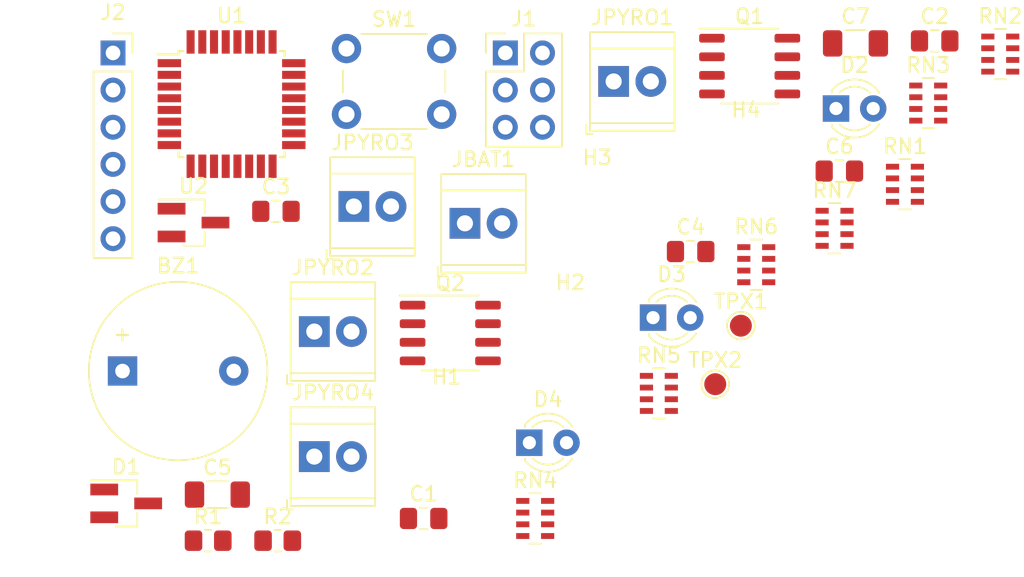
<source format=kicad_pcb>
(kicad_pcb (version 20211014) (generator pcbnew)
  (layers (0 "F.Cu" signal) (31 "B.Cu" signal) (34 "B.Paste" user) (35 "F.Paste" user) (36 "B.SilkS" user "B.Silkscreen") (37 "F.SilkS" user "F.Silkscreen") (38 "B.Mask" user) (39 "F.Mask" user) (44 "Edge.Cuts" user))
  (net 0 "")
  (net 1 "/BUZ")
  (net 2 "GND")
  (net 3 "Net-(C1-Pad1)")
  (net 4 "+3V3")
  (net 5 "/DTR")
  (net 6 "/RST")
  (net 7 "Net-(C5-Pad1)")
  (net 8 "+5V")
  (net 9 "+BATT")
  (net 10 "/RPWR")
  (net 11 "/RLED")
  (net 12 "/RBUZ")
  (net 13 "/MISO")
  (net 14 "/5SCK")
  (net 15 "/5MOSI")
  (net 16 "/TX")
  (net 17 "/5RX")
  (net 19 "/PYRO1")
  (net 20 "/PYRO2")
  (net 21 "/PYRO3")
  (net 22 "/PYRO4")
  (net 23 "Net-(Q1-Pad2)")
  (net 24 "Net-(Q1-Pad4)")
  (net 25 "Net-(Q2-Pad2)")
  (net 26 "Net-(Q2-Pad4)")
  (net 27 "/SENS_BATT")
  (net 28 "/SENS4")
  (net 29 "/SENS3")
  (net 30 "/SENS2")
  (net 31 "/SENS1")
  (net 32 "/CH4")
  (net 33 "/CH3")
  (net 34 "/CH2")
  (net 35 "/CH1")
  (net 36 "/RX")
  (net 37 "/MOSI")
  (net 38 "/SCK")
  (net 41 "Net-(J3-Pad8)")
  (net 42 "Net-(J3-Pad1)")
  (net 43 "/CS_SD")
  (net 44 "/LED")
  (net 47 "/XTAL1")
  (net 48 "/XTAL2")
  (net 51 "/SDA")
  (net 52 "/SCL")
  (net 53 "/INT")
  (footprint "TestPoint:TestPoint_Pad_D1.5mm" (layer "F.Cu") (at 126.06 93.42)
    (fp_text reference "TPX1" (at 0 -1.648) (layer "F.SilkS"))
    (fp_text value "x")
    (fp_circle (center 0 0) (end 0 0.95) (layer "F.SilkS") (width 0.12) (fill none))
    (pad "1" smd circle (at 0 0) (size 1.5 1.5) (layers "F.Cu" "F.Mask") (net 47 "/XTAL1"))
  )
  (footprint "TerminalBlock_TE-Connectivity:TerminalBlock_TE_282834-2_1x02_P2.54mm_Horizontal" (layer "F.Cu") (at 96.92 102.37)
    (fp_text reference "JPYRO4" (at 1.27 -4.37) (layer "F.SilkS"))
    (fp_text value "Screw_Terminal_01x02")
    (fp_line (start 4.16 -3.37) (end 4.16 3.37) (layer "F.SilkS") (width 0.12))
    (fp_line (start -1.62 3.37) (end 4.16 3.37) (layer "F.SilkS") (width 0.12))
    (fp_line (start -1.62 2.85) (end 4.16 2.85) (layer "F.SilkS") (width 0.12))
    (fp_line (start -1.62 -3.37) (end 4.16 -3.37) (layer "F.SilkS") (width 0.12))
    (fp_line (start -1.62 -2.25) (end 4.16 -2.25) (layer "F.SilkS") (width 0.12))
    (fp_line (start -1.62 -3.37) (end -1.62 3.37) (layer "F.SilkS") (width 0.12))
    (fp_line (start -1.86 2.97) (end -1.86 3.61) (layer "F.SilkS") (width 0.12))
    (fp_line (start -1.86 3.61) (end -1.46 3.61) (layer "F.SilkS") (width 0.12))
    (pad "1" thru_hole rect (at 0 0) (size 2.1 2.1) (drill 1.1) (layers *.Cu *.Mask) (net 9 "+BATT"))
    (pad "2" thru_hole circle (at 2.54 0) (size 2.1 2.1) (drill 1.1) (layers *.Cu *.Mask) (net 22 "/PYRO4"))
  )
  (footprint "Resistor_SMD:R_Array_Concave_4x0603" (layer "F.Cu") (at 138.86 78.2)
    (fp_text reference "RN3" (at 0 -2.6) (layer "F.SilkS"))
    (fp_text value "10k")
    (fp_line (start 0.4 -1.72) (end -0.4 -1.72) (layer "F.SilkS") (width 0.12))
    (fp_line (start 0.4 1.72) (end -0.4 1.72) (layer "F.SilkS") (width 0.12))
    (pad "1" smd rect (at -0.85 -1.2) (size 0.9 0.4) (layers "F.Cu" "F.Paste" "F.Mask") (net 2 "GND"))
    (pad "2" smd rect (at -0.85 -0.4) (size 0.9 0.4) (layers "F.Cu" "F.Paste" "F.Mask") (net 2 "GND"))
    (pad "3" smd rect (at -0.85 0.4) (size 0.9 0.4) (layers "F.Cu" "F.Paste" "F.Mask") (net 2 "GND"))
    (pad "4" smd rect (at -0.85 1.2) (size 0.9 0.4) (layers "F.Cu" "F.Paste" "F.Mask") (net 2 "GND"))
    (pad "5" smd rect (at 0.85 1.2) (size 0.9 0.4) (layers "F.Cu" "F.Paste" "F.Mask") (net 32 "/CH4"))
    (pad "6" smd rect (at 0.85 0.4) (size 0.9 0.4) (layers "F.Cu" "F.Paste" "F.Mask") (net 33 "/CH3"))
    (pad "7" smd rect (at 0.85 -0.4) (size 0.9 0.4) (layers "F.Cu" "F.Paste" "F.Mask") (net 34 "/CH2"))
    (pad "8" smd rect (at 0.85 -1.2) (size 0.9 0.4) (layers "F.Cu" "F.Paste" "F.Mask") (net 35 "/CH1"))
  )
  (footprint "TerminalBlock_TE-Connectivity:TerminalBlock_TE_282834-2_1x02_P2.54mm_Horizontal" (layer "F.Cu") (at 99.62 85.27)
    (fp_text reference "JPYRO3" (at 1.27 -4.37) (layer "F.SilkS"))
    (fp_text value "Screw_Terminal_01x02")
    (fp_line (start -1.86 2.97) (end -1.86 3.61) (layer "F.SilkS") (width 0.12))
    (fp_line (start -1.62 -3.37) (end 4.16 -3.37) (layer "F.SilkS") (width 0.12))
    (fp_line (start -1.62 3.37) (end 4.16 3.37) (layer "F.SilkS") (width 0.12))
    (fp_line (start -1.86 3.61) (end -1.46 3.61) (layer "F.SilkS") (width 0.12))
    (fp_line (start 4.16 -3.37) (end 4.16 3.37) (layer "F.SilkS") (width 0.12))
    (fp_line (start -1.62 -2.25) (end 4.16 -2.25) (layer "F.SilkS") (width 0.12))
    (fp_line (start -1.62 2.85) (end 4.16 2.85) (layer "F.SilkS") (width 0.12))
    (fp_line (start -1.62 -3.37) (end -1.62 3.37) (layer "F.SilkS") (width 0.12))
    (pad "1" thru_hole rect (at 0 0) (size 2.1 2.1) (drill 1.1) (layers *.Cu *.Mask) (net 9 "+BATT"))
    (pad "2" thru_hole circle (at 2.54 0) (size 2.1 2.1) (drill 1.1) (layers *.Cu *.Mask) (net 21 "/PYRO3"))
  )
  (footprint "Package_TO_SOT_SMD:SOT-23_Handsoldering" (layer "F.Cu") (at 84.07 105.57)
    (fp_text reference "D1" (at 0 -2.5) (layer "F.SilkS"))
    (fp_text value "RB551V")
    (fp_line (start 0.76 -1.58) (end -2.4 -1.58) (layer "F.SilkS") (width 0.12))
    (fp_line (start 0.76 1.58) (end -0.7 1.58) (layer "F.SilkS") (width 0.12))
    (fp_line (start 0.76 -1.58) (end 0.76 -0.65) (layer "F.SilkS") (width 0.12))
    (fp_line (start 0.76 1.58) (end 0.76 0.65) (layer "F.SilkS") (width 0.12))
    (pad "1" smd rect (at -1.5 -0.95) (size 1.9 0.8) (layers "F.Cu" "F.Paste" "F.Mask") (net 8 "+5V"))
    (pad "2" smd rect (at -1.5 0.95) (size 1.9 0.8) (layers "F.Cu" "F.Paste" "F.Mask") (net 9 "+BATT"))
    (pad "3" smd rect (at 1.5 0) (size 1.9 0.8) (layers "F.Cu" "F.Paste" "F.Mask") (net 7 "Net-(C5-Pad1)"))
  )
  (footprint "LED_THT:LED_D3.0mm" (layer "F.Cu") (at 132.56 78.57)
    (fp_text reference "D2" (at 1.27 -2.96) (layer "F.SilkS"))
    (fp_text value "LED")
    (fp_line (start -0.29 1.08) (end -0.29 1.236) (layer "F.SilkS") (width 0.12))
    (fp_line (start -0.29 -1.236) (end -0.29 -1.08) (layer "F.SilkS") (width 0.12))
    (fp_arc (start 0.229039 -1.08) (mid 1.270117 -1.5) (end 2.31113 -1.079837) (layer "F.SilkS") (width 0.12))
    (fp_arc (start 2.942335 1.078608) (mid 1.366487 1.987659) (end -0.29 1.235516) (layer "F.SilkS") (width 0.12))
    (fp_arc (start -0.29 -1.235516) (mid 1.366487 -1.987659) (end 2.942335 -1.078608) (layer "F.SilkS") (width 0.12))
    (fp_arc (start 2.31113 1.079837) (mid 1.270117 1.5) (end 0.229039 1.08) (layer "F.SilkS") (width 0.12))
    (pad "1" thru_hole rect (at 0 0) (size 1.8 1.8) (drill 0.9) (layers *.Cu *.Mask) (net 2 "GND"))
    (pad "2" thru_hole circle (at 2.54 0) (size 1.8 1.8) (drill 0.9) (layers *.Cu *.Mask) (net 10 "/RPWR"))
  )
  (footprint "Capacitor_SMD:C_0805_2012Metric_Pad1.18x1.45mm_HandSolder" (layer "F.Cu") (at 94.3 85.6)
    (fp_text reference "C3" (at 0 -1.68) (layer "F.SilkS"))
    (fp_text value "0.1u")
    (fp_line (start -0.261252 0.735) (end 0.261252 0.735) (layer "F.SilkS") (width 0.12))
    (fp_line (start -0.261252 -0.735) (end 0.261252 -0.735) (layer "F.SilkS") (width 0.12))
    (pad "1" smd roundrect (at -1.0375 0) (size 1.175 1.45) (layers "F.Cu" "F.Paste" "F.Mask") (roundrect_rratio 0.212766) (net 4 "+3V3"))
    (pad "2" smd roundrect (at 1.0375 0) (size 1.175 1.45) (layers "F.Cu" "F.Paste" "F.Mask") (roundrect_rratio 0.212766) (net 2 "GND"))
  )
  (footprint "Resistor_SMD:R_Array_Concave_4x0603" (layer "F.Cu") (at 120.46 98.05)
    (fp_text reference "RN5" (at 0 -2.6) (layer "F.SilkS"))
    (fp_text value "2200")
    (fp_line (start 0.4 1.72) (end -0.4 1.72) (layer "F.SilkS") (width 0.12))
    (fp_line (start 0.4 -1.72) (end -0.4 -1.72) (layer "F.SilkS") (width 0.12))
    (pad "1" smd rect (at -0.85 -1.2) (size 0.9 0.4) (layers "F.Cu" "F.Paste" "F.Mask") (net 36 "/RX"))
    (pad "2" smd rect (at -0.85 -0.4) (size 0.9 0.4) (layers "F.Cu" "F.Paste" "F.Mask") (net 37 "/MOSI"))
    (pad "3" smd rect (at -0.85 0.4) (size 0.9 0.4) (layers "F.Cu" "F.Paste" "F.Mask") (net 38 "/SCK"))
    (pad "4" smd rect (at -0.85 1.2) (size 0.9 0.4) (layers "F.Cu" "F.Paste" "F.Mask"))
    (pad "5" smd rect (at 0.85 1.2) (size 0.9 0.4) (layers "F.Cu" "F.Paste" "F.Mask"))
    (pad "6" smd rect (at 0.85 0.4) (size 0.9 0.4) (layers "F.Cu" "F.Paste" "F.Mask") (net 14 "/5SCK"))
    (pad "7" smd rect (at 0.85 -0.4) (size 0.9 0.4) (layers "F.Cu" "F.Paste" "F.Mask") (net 15 "/5MOSI"))
    (pad "8" smd rect (at 0.85 -1.2) (size 0.9 0.4) (layers "F.Cu" "F.Paste" "F.Mask") (net 17 "/5RX"))
  )
  (footprint "Buzzer_Beeper:Buzzer_12x9.5RM7.6" (layer "F.Cu") (at 83.82 96.52)
    (fp_text reference "BZ1" (at 3.8 -7.2) (layer "F.SilkS"))
    (fp_text value "Buzzer")
    (fp_text user "+" (at -0.01 -2.54) (layer "F.SilkS"))
    (fp_circle (center 3.8 0) (end 9.9 0) (layer "F.SilkS") (width 0.12) (fill none))
    (pad "1" thru_hole rect (at 0 0) (size 2 2) (drill 1) (layers *.Cu *.Mask) (net 1 "/BUZ"))
    (pad "2" thru_hole circle (at 7.6 0) (size 2 2) (drill 1) (layers *.Cu *.Mask) (net 2 "GND"))
  )
  (footprint "Capacitor_SMD:C_0805_2012Metric_Pad1.18x1.45mm_HandSolder" (layer "F.Cu") (at 132.79 82.85)
    (fp_text reference "C6" (at 0 -1.68) (layer "F.SilkS"))
    (fp_text value "0.1u")
    (fp_line (start -0.261252 -0.735) (end 0.261252 -0.735) (layer "F.SilkS") (width 0.12))
    (fp_line (start -0.261252 0.735) (end 0.261252 0.735) (layer "F.SilkS") (width 0.12))
    (pad "1" smd roundrect (at -1.0375 0) (size 1.175 1.45) (layers "F.Cu" "F.Paste" "F.Mask") (roundrect_rratio 0.212766) (net 4 "+3V3"))
    (pad "2" smd roundrect (at 1.0375 0) (size 1.175 1.45) (layers "F.Cu" "F.Paste" "F.Mask") (roundrect_rratio 0.212766) (net 2 "GND"))
  )
  (footprint "TerminalBlock_TE-Connectivity:TerminalBlock_TE_282834-2_1x02_P2.54mm_Horizontal" (layer "F.Cu") (at 96.92 93.82)
    (fp_text reference "JPYRO2" (at 1.27 -4.37) (layer "F.SilkS"))
    (fp_text value "Screw_Terminal_01x02")
    (fp_line (start -1.62 2.85) (end 4.16 2.85) (layer "F.SilkS") (width 0.12))
    (fp_line (start 4.16 -3.37) (end 4.16 3.37) (layer "F.SilkS") (width 0.12))
    (fp_line (start -1.62 -3.37) (end -1.62 3.37) (layer "F.SilkS") (width 0.12))
    (fp_line (start -1.86 3.61) (end -1.46 3.61) (layer "F.SilkS") (width 0.12))
    (fp_line (start -1.62 3.37) (end 4.16 3.37) (layer "F.SilkS") (width 0.12))
    (fp_line (start -1.62 -3.37) (end 4.16 -3.37) (layer "F.SilkS") (width 0.12))
    (fp_line (start -1.86 2.97) (end -1.86 3.61) (layer "F.SilkS") (width 0.12))
    (fp_line (start -1.62 -2.25) (end 4.16 -2.25) (layer "F.SilkS") (width 0.12))
    (pad "1" thru_hole rect (at 0 0) (size 2.1 2.1) (drill 1.1) (layers *.Cu *.Mask) (net 9 "+BATT"))
    (pad "2" thru_hole circle (at 2.54 0) (size 2.1 2.1) (drill 1.1) (layers *.Cu *.Mask) (net 20 "/PYRO2"))
  )
  (footprint "Package_TO_SOT_SMD:SOT-23_Handsoldering" (layer "F.Cu") (at 88.67 86.37)
    (fp_text reference "U2" (at 0 -2.5) (layer "F.SilkS"))
    (fp_text value "AP7375-33SA-7")
    (fp_line (start 0.76 1.58) (end -0.7 1.58) (layer "F.SilkS") (width 0.12))
    (fp_line (start 0.76 -1.58) (end 0.76 -0.65) (layer "F.SilkS") (width 0.12))
    (fp_line (start 0.76 1.58) (end 0.76 0.65) (layer "F.SilkS") (width 0.12))
    (fp_line (start 0.76 -1.58) (end -2.4 -1.58) (layer "F.SilkS") (width 0.12))
    (pad "1" smd rect (at -1.5 -0.95) (size 1.9 0.8) (layers "F.Cu" "F.Paste" "F.Mask") (net 7 "Net-(C5-Pad1)"))
    (pad "2" smd rect (at -1.5 0.95) (size 1.9 0.8) (layers "F.Cu" "F.Paste" "F.Mask") (net 4 "+3V3"))
    (pad "3" smd rect (at 1.5 0) (size 1.9 0.8) (layers "F.Cu" "F.Paste" "F.Mask") (net 2 "GND"))
  )
  (footprint "Resistor_SMD:R_Array_Concave_4x0603" (layer "F.Cu") (at 137.27 83.75)
    (fp_text reference "RN1" (at 0 -2.6) (layer "F.SilkS"))
    (fp_text value "100k")
    (fp_line (start 0.4 -1.72) (end -0.4 -1.72) (layer "F.SilkS") (width 0.12))
    (fp_line (start 0.4 1.72) (end -0.4 1.72) (layer "F.SilkS") (width 0.12))
    (pad "1" smd rect (at -0.85 -1.2) (size 0.9 0.4) (layers "F.Cu" "F.Paste" "F.Mask") (net 28 "/SENS4"))
    (pad "2" smd rect (at -0.85 -0.4) (size 0.9 0.4) (layers "F.Cu" "F.Paste" "F.Mask") (net 29 "/SENS3"))
    (pad "3" smd rect (at -0.85 0.4) (size 0.9 0.4) (layers "F.Cu" "F.Paste" "F.Mask") (net 30 "/SENS2"))
    (pad "4" smd rect (at -0.85 1.2) (size 0.9 0.4) (layers "F.Cu" "F.Paste" "F.Mask") (net 31 "/SENS1"))
    (pad "5" smd rect (at 0.85 1.2) (size 0.9 0.4) (layers "F.Cu" "F.Paste" "F.Mask") (net 19 "/PYRO1"))
    (pad "6" smd rect (at 0.85 0.4) (size 0.9 0.4) (layers "F.Cu" "F.Paste" "F.Mask") (net 20 "/PYRO2"))
    (pad "7" smd rect (at 0.85 -0.4) (size 0.9 0.4) (layers "F.Cu" "F.Paste" "F.Mask") (net 21 "/PYRO3"))
    (pad "8" smd rect (at 0.85 -1.2) (size 0.9 0.4) (layers "F.Cu" "F.Paste" "F.Mask") (net 22 "/PYRO4"))
  )
  (footprint "Connector_PinSocket_2.54mm:PinSocket_1x06_P2.54mm_Vertical" (layer "F.Cu") (at 83.17 74.77)
    (fp_text reference "J2" (at 0 -2.77) (layer "F.SilkS"))
    (fp_text value "Conn_01x06_Female")
    (fp_line (start -1.33 1.27) (end 1.33 1.27) (layer "F.SilkS") (width 0.12))
    (fp_line (start -1.33 14.03) (end 1.33 14.03) (layer "F.SilkS") (width 0.12))
    (fp_line (start 1.33 -1.33) (end 1.33 0) (layer "F.SilkS") (width 0.12))
    (fp_line (start 0 -1.33) (end 1.33 -1.33) (layer "F.SilkS") (width 0.12))
    (fp_line (start -1.33 1.27) (end -1.33 14.03) (layer "F.SilkS") (width 0.12))
    (fp_line (start 1.33 1.27) (end 1.33 14.03) (layer "F.SilkS") (width 0.12))
    (pad "1" thru_hole rect (at 0 0) (size 1.7 1.7) (drill 1) (layers *.Cu *.Mask) (net 8 "+5V"))
    (pad "2" thru_hole oval (at 0 2.54) (size 1.7 1.7) (drill 1) (layers *.Cu *.Mask) (net 2 "GND"))
    (pad "3" thru_hole oval (at 0 5.08) (size 1.7 1.7) (drill 1) (layers *.Cu *.Mask) (net 16 "/TX"))
    (pad "4" thru_hole oval (at 0 7.62) (size 1.7 1.7) (drill 1) (layers *.Cu *.Mask) (net 17 "/5RX"))
    (pad "5" thru_hole oval (at 0 10.16) (size 1.7 1.7) (drill 1) (layers *.Cu *.Mask) (net 5 "/DTR"))
    (pad "6" thru_hole oval (at 0 12.7) (size 1.7 1.7) (drill 1) (layers *.Cu *.Mask))
  )
  (footprint "Capacitor_SMD:C_0805_2012Metric_Pad1.18x1.45mm_HandSolder" (layer "F.Cu") (at 139.3 73.95)
    (fp_text reference "C2" (at 0 -1.68) (layer "F.SilkS"))
    (fp_text value "0.1u")
    (fp_line (start -0.261252 -0.735) (end 0.261252 -0.735) (layer "F.SilkS") (width 0.12))
    (fp_line (start -0.261252 0.735) (end 0.261252 0.735) (layer "F.SilkS") (width 0.12))
    (pad "1" smd roundrect (at -1.0375 0) (size 1.175 1.45) (layers "F.Cu" "F.Paste" "F.Mask") (roundrect_rratio 0.212766) (net 4 "+3V3"))
    (pad "2" smd roundrect (at 1.0375 0) (size 1.175 1.45) (layers "F.Cu" "F.Paste" "F.Mask") (roundrect_rratio 0.212766) (net 2 "GND"))
  )
  (footprint "LED_THT:LED_D3.0mm" (layer "F.Cu") (at 120.06 92.87)
    (fp_text reference "D3" (at 1.27 -2.96) (layer "F.SilkS"))
    (fp_text value "LED")
    (fp_line (start -0.29 1.08) (end -0.29 1.236) (layer "F.SilkS") (width 0.12))
    (fp_line (start -0.29 -1.236) (end -0.29 -1.08) (layer "F.SilkS") (width 0.12))
    (fp_arc (start -0.29 -1.235516) (mid 1.366487 -1.987659) (end 2.942335 -1.078608) (layer "F.SilkS") (width 0.12))
    (fp_arc (start 2.942335 1.078608) (mid 1.366487 1.987659) (end -0.29 1.235516) (layer "F.SilkS") (width 0.12))
    (fp_arc (start 2.31113 1.079837) (mid 1.270117 1.5) (end 0.229039 1.08) (layer "F.SilkS") (width 0.12))
    (fp_arc (start 0.229039 -1.08) (mid 1.270117 -1.5) (end 2.31113 -1.079837) (layer "F.SilkS") (width 0.12))
    (pad "1" thru_hole rect (at 0 0) (size 1.8 1.8) (drill 0.9) (layers *.Cu *.Mask) (net 2 "GND"))
    (pad "2" thru_hole circle (at 2.54 0) (size 1.8 1.8) (drill 0.9) (layers *.Cu *.Mask) (net 11 "/RLED"))
  )
  (footprint "Resistor_SMD:R_Array_Concave_4x0603" (layer "F.Cu") (at 112.01 106.6)
    (fp_text reference "RN4" (at 0 -2.6) (layer "F.SilkS"))
    (fp_text value "220")
    (fp_line (start 0.4 -1.72) (end -0.4 -1.72) (layer "F.SilkS") (width 0.12))
    (fp_line (start 0.4 1.72) (end -0.4 1.72) (layer "F.SilkS") (width 0.12))
    (pad "1" smd rect (at -0.85 -1.2) (size 0.9 0.4) (layers "F.Cu" "F.Paste" "F.Mask") (net 35 "/CH1"))
    (pad "2" smd rect (at -0.85 -0.4) (size 0.9 0.4) (layers "F.Cu" "F.Paste" "F.Mask") (net 34 "/CH2"))
    (pad "3" smd rect (at -0.85 0.4) (size 0.9 0.4) (layers "F.Cu" "F.Paste" "F.Mask") (net 33 "/CH3"))
    (pad "4" smd rect (at -0.85 1.2) (size 0.9 0.4) (layers "F.Cu" "F.Paste" "F.Mask") (net 32 "/CH4"))
    (pad "5" smd rect (at 0.85 1.2) (size 0.9 0.4) (layers "F.Cu" "F.Paste" "F.Mask") (net 26 "Net-(Q2-Pad4)"))
    (pad "6" smd rect (at 0.85 0.4) (size 0.9 0.4) (layers "F.Cu" "F.Paste" "F.Mask") (net 25 "Net-(Q2-Pad2)"))
    (pad "7" smd rect (at 0.85 -0.4) (size 0.9 0.4) (layers "F.Cu" "F.Paste" "F.Mask") (net 24 "Net-(Q1-Pad4)"))
    (pad "8" smd rect (at 0.85 -1.2) (size 0.9 0.4) (layers "F.Cu" "F.Paste" "F.Mask") (net 23 "Net-(Q1-Pad2)"))
  )
  (footprint "TestPoint:TestPoint_Pad_D1.5mm" (layer "F.Cu") (at 124.31 97.42)
    (fp_text reference "TPX2" (at 0 -1.648) (layer "F.SilkS"))
    (fp_text value "x")
    (fp_circle (center 0 0) (end 0 0.95) (layer "F.SilkS") (width 0.12) (fill none))
    (pad "1" smd circle (at 0 0) (size 1.5 1.5) (layers "F.Cu" "F.Mask") (net 48 "/XTAL2"))
  )
  (footprint "Resistor_SMD:R_Array_Concave_4x0603" (layer "F.Cu") (at 127.11 89.25)
    (fp_text reference "RN6" (at 0 -2.6) (layer "F.SilkS"))
    (fp_text value "10k")
    (fp_line (start 0.4 1.72) (end -0.4 1.72) (layer "F.SilkS") (width 0.12))
    (fp_line (start 0.4 -1.72) (end -0.4 -1.72) (layer "F.SilkS") (width 0.12))
    (pad "1" smd rect (at -0.85 -1.2) (size 0.9 0.4) (layers "F.Cu" "F.Paste" "F.Mask") (net 2 "GND"))
    (pad "2" smd rect (at -0.85 -0.4) (size 0.9 0.4) (layers "F.Cu" "F.Paste" "F.Mask") (net 41 "Net-(J3-Pad8)"))
    (pad "3" smd rect (at -0.85 0.4) (size 0.9 0.4) (layers "F.Cu" "F.Paste" "F.Mask") (net 42 "Net-(J3-Pad1)"))
    (pad "4" smd rect (at -0.85 1.2) (size 0.9 0.4) (layers "F.Cu" "F.Paste" "F.Mask") (net 43 "/CS_SD"))
    (pad "5" smd rect (at 0.85 1.2) (size 0.9 0.4) (layers "F.Cu" "F.Paste" "F.Mask") (net 4 "+3V3"))
    (pad "6" smd rect (at 0.85 0.4) (size 0.9 0.4) (layers "F.Cu" "F.Paste" "F.Mask") (net 4 "+3V3"))
    (pad "7" smd rect (at 0.85 -0.4) (size 0.9 0.4) (layers "F.Cu" "F.Paste" "F.Mask") (net 4 "+3V3"))
    (pad "8" smd rect (at 0.85 -1.2) (size 0.9 0.4) (layers "F.Cu" "F.Paste" "F.Mask") (net 27 "/SENS_BATT"))
  )
  (footprint "MountingHole:MountingHole_3.2mm_M3" (layer "F.Cu") (at 114.41 94.67)
    (fp_text reference "H2" (at 0 -4.2) (layer "F.SilkS"))
    (fp_text value "MountingHole")
    (pad "" np_thru_hole circle (at 0 0) (size 3.2 3.2) (drill 3.2) (layers *.Cu *.Mask))
  )
  (footprint "Capacitor_SMD:C_1206_3216Metric_Pad1.33x1.80mm_HandSolder" (layer "F.Cu") (at 133.89 74.12)
    (fp_text reference "C7" (at 0 -1.85) (layer "F.SilkS"))
    (fp_text value "22uF")
    (fp_line (start -0.711252 0.91) (end 0.711252 0.91) (layer "F.SilkS") (width 0.12))
    (fp_line (start -0.711252 -0.91) (end 0.711252 -0.91) (layer "F.SilkS") (width 0.12))
    (pad "1" smd roundrect (at -1.5625 0) (size 1.325 1.8) (layers "F.Cu" "F.Paste" "F.Mask") (roundrect_rratio 0.188679) (net 4 "+3V3"))
    (pad "2" smd roundrect (at 1.5625 0) (size 1.325 1.8) (layers "F.Cu" "F.Paste" "F.Mask") (roundrect_rratio 0.188679) (net 2 "GND"))
  )
  (footprint "TerminalBlock_TE-Connectivity:TerminalBlock_TE_282834-2_1x02_P2.54mm_Horizontal" (layer "F.Cu") (at 117.37 76.72)
    (fp_text reference "JPYRO1" (at 1.27 -4.37) (layer "F.SilkS"))
    (fp_text value "Screw_Terminal_01x02")
    (fp_line (start -1.62 3.37) (end 4.16 3.37) (layer "F.SilkS") (width 0.12))
    (fp_line (start -1.62 -3.37) (end 4.16 -3.37) (layer "F.SilkS") (width 0.12))
    (fp_line (start -1.86 3.61) (end -1.46 3.61) (layer "F.SilkS") (width 0.12))
    (fp_line (start -1.62 -3.37) (end -1.62 3.37) (layer "F.SilkS") (width 0.12))
    (fp_line (start -1.86 2.97) (end -1.86 3.61) (layer "F.SilkS") (width 0.12))
    (fp_line (start -1.62 2.85) (end 4.16 2.85) (layer "F.SilkS") (width 0.12))
    (fp_line (start 4.16 -3.37) (end 4.16 3.37) (layer "F.SilkS") (width 0.12))
    (fp_line (start -1.62 -2.25) (end 4.16 -2.25) (layer "F.SilkS") (width 0.12))
    (pad "1" thru_hole rect (at 0 0) (size 2.1 2.1) (drill 1.1) (layers *.Cu *.Mask) (net 9 "+BATT"))
    (pad "2" thru_hole circle (at 2.54 0) (size 2.1 2.1) (drill 1.1) (layers *.Cu *.Mask) (net 19 "/PYRO1"))
  )
  (footprint "Resistor_SMD:R_Array_Concave_4x0603" (layer "F.Cu") (at 143.78 74.85)
    (fp_text reference "RN2" (at 0 -2.6) (layer "F.SilkS"))
    (fp_text value "10k")
    (fp_line (start 0.4 -1.72) (end -0.4 -1.72) (layer "F.SilkS") (width 0.12))
    (fp_line (start 0.4 1.72) (end -0.4 1.72) (layer "F.SilkS") (width 0.12))
    (pad "1" smd rect (at -0.85 -1.2) (size 0.9 0.4) (layers "F.Cu" "F.Paste" "F.Mask") (net 2 "GND"))
    (pad "2" smd rect (at -0.85 -0.4) (size 0.9 0.4) (layers "F.Cu" "F.Paste" "F.Mask") (net 2 "GND"))
    (pad "3" smd rect (at -0.85 0.4) (size 0.9 0.4) (layers "F.Cu" "F.Paste" "F.Mask") (net 2 "GND"))
    (pad "4" smd rect (at -0.85 1.2) (size 0.9 0.4) (layers "F.Cu" "F.Paste" "F.Mask") (net 2 "GND"))
    (pad "5" smd rect (at 0.85 1.2) (size 0.9 0.4) (layers "F.Cu" "F.Paste" "F.Mask") (net 31 "/SENS1"))
    (pad "6" smd rect (at 0.85 0.4) (size 0.9 0.4) (layers "F.Cu" "F.Paste" "F.Mask") (net 30 "/SENS2"))
    (pad "7" smd rect (at 0.85 -0.4) (size 0.9 0.4) (layers "F.Cu" "F.Paste" "F.Mask") (net 29 "/SENS3"))
    (pad "8" smd rect (at 0.85 -1.2) (size 0.9 0.4) (layers "F.Cu" "F.Paste" "F.Mask") (net 28 "/SENS4"))
  )
  (footprint "TerminalBlock_TE-Connectivity:TerminalBlock_TE_282834-2_1x02_P2.54mm_Horizontal" (layer "F.Cu") (at 107.21 86.42)
    (fp_text reference "JBAT1" (at 1.27 -4.37) (layer "F.SilkS"))
    (fp_text value "Screw_Terminal_01x02")
    (fp_line (start -1.62 2.85) (end 4.16 2.85) (layer "F.SilkS") (width 0.12))
    (fp_line (start -1.86 3.61) (end -1.46 3.61) (layer "F.SilkS") (width 0.12))
    (fp_line (start -1.86 2.97) (end -1.86 3.61) (layer "F.SilkS") (width 0.12))
    (fp_line (start -1.62 -3.37) (end -1.62 3.37) (layer "F.SilkS") (width 0.12))
    (fp_line (start 4.16 -3.37) (end 4.16 3.37) (layer "F.SilkS") (width 0.12))
    (fp_line (start -1.62 3.37) (end 4.16 3.37) (layer "F.SilkS") (width 0.12))
    (fp_line (start -1.62 -3.37) (end 4.16 -3.37) (layer "F.SilkS") (width 0.12))
    (fp_line (start -1.62 -2.25) (end 4.16 -2.25) (layer "F.SilkS") (width 0.12))
    (pad "1" thru_hole rect (at 0 0) (size 2.1 2.1) (drill 1.1) (layers *.Cu *.Mask) (net 9 "+BATT"))
    (pad "2" thru_hole circle (at 2.54 0) (size 2.1 2.1) (drill 1.1) (layers *.Cu *.Mask) (net 2 "GND"))
  )
  (footprint "MountingHole:MountingHole_3.2mm_M3" (layer "F.Cu") (at 126.41 82.87)
    (fp_text reference "H4" (at 0 -4.2) (layer "F.SilkS"))
    (fp_text value "MountingHole")
    (pad "" np_thru_hole circle (at 0 0) (size 3.2 3.2) (drill 3.2) (layers *.Cu *.Mask))
  )
  (footprint "Resistor_SMD:R_Array_Concave_4x0603" (layer "F.Cu") (at 132.46 86.76)
    (fp_text reference "RN7" (at 0 -2.6) (layer "F.SilkS"))
    (fp_text value "220")
    (fp_line (start 0.4 -1.72) (end -0.4 -1.72) (layer "F.SilkS") (width 0.12))
    (fp_line (start 0.4 1.72) (end -0.4 1.72) (layer "F.SilkS") (width 0.12))
    (pad "1" smd rect (at -0.85 -1.2) (size 0.9 0.4) (layers "F.Cu" "F.Paste" "F.Mask") (net 4 "+3V3"))
    (pad "2" smd rect (at -0.85 -0.4) (size 0.9 0.4) (layers "F.Cu" "F.Paste" "F.Mask") (net 44 "/LED"))
    (pad "3" smd rect (at -0.85 0.4) (size 0.9 0.4) (layers "F.Cu" "F.Paste" "F.Mask") (net 1 "/BUZ"))
    (pad "4" smd rect (at -0.85 1.2) (size 0.9 0.4) (layers "F.Cu" "F.Paste" "F.Mask"))
    (pad "5" smd rect (at 0.85 1.2) (size 0.9 0.4) (layers "F.Cu" "F.Paste" "F.Mask"))
    (pad "6" smd rect (at 0.85 0.4) (size 0.9 0.4) (layers "F.Cu" "F.Paste" "F.Mask") (net 12 "/RBUZ"))
    (pad "7" smd rect (at 0.85 -0.4) (size 0.9 0.4) (layers "F.Cu" "F.Paste" "F.Mask") (net 11 "/RLED"))
    (pad "8" smd rect (at 0.85 -1.2) (size 0.9 0.4) (layers "F.Cu" "F.Paste" "F.Mask") (net 10 "/RPWR"))
  )
  (footprint "LED_THT:LED_D3.0mm" (layer "F.Cu") (at 111.61 101.42)
    (fp_text reference "D4" (at 1.27 -2.96) (layer "F.SilkS"))
    (fp_text value "LED")
    (fp_line (start -0.29 -1.236) (end -0.29 -1.08) (layer "F.SilkS") (width 0.12))
    (fp_line (start -0.29 1.08) (end -0.29 1.236) (layer "F.SilkS") (width 0.12))
    (fp_arc (start 2.31113 1.079837) (mid 1.270117 1.5) (end 0.229039 1.08) (layer "F.SilkS") (width 0.12))
    (fp_arc (start 0.229039 -1.08) (mid 1.270117 -1.5) (end 2.31113 -1.079837) (layer "F.SilkS") (width 0.12))
    (fp_arc (start -0.29 -1.235516) (mid 1.366487 -1.987659) (end 2.942335 -1.078608) (layer "F.SilkS") (width 0.12))
    (fp_arc (start 2.942335 1.078608) (mid 1.366487 1.987659) (end -0.29 1.235516) (layer "F.SilkS") (width 0.12))
    (pad "1" thru_hole rect (at 0 0) (size 1.8 1.8) (drill 0.9) (layers *.Cu *.Mask) (net 2 "GND"))
    (pad "2" thru_hole circle (at 2.54 0) (size 1.8 1.8) (drill 0.9) (layers *.Cu *.Mask) (net 12 "/RBUZ"))
  )
  (footprint "MountingHole:MountingHole_3.2mm_M3" (layer "F.Cu") (at 105.96 101.12)
    (fp_text reference "H1" (at 0 -4.2) (layer "F.SilkS"))
    (fp_text value "MountingHole")
    (pad "" np_thru_hole circle (at 0 0) (size 3.2 3.2) (drill 3.2) (layers *.Cu *.Mask))
  )
  (footprint "Resistor_SMD:R_0805_2012Metric_Pad1.20x1.40mm_HandSolder" (layer "F.Cu") (at 94.42 108.12)
    (fp_text reference "R2" (at 0 -1.65) (layer "F.SilkS"))
    (fp_text value "10k")
    (fp_line (start -0.227064 0.735) (end 0.227064 0.735) (layer "F.SilkS") (width 0.12))
    (fp_line (start -0.227064 -0.735) (end 0.227064 -0.735) (layer "F.SilkS") (width 0.12))
    (pad "1" smd roundrect (at -1 0) (size 1.2 1.4) (layers "F.Cu" "F.Paste" "F.Mask") (roundrect_rratio 0.208333) (net 4 "+3V3"))
    (pad "2" smd roundrect (at 1 0) (size 1.2 1.4) (layers "F.Cu" "F.Paste" "F.Mask") (roundrect_rratio 0.208333) (net 6 "/RST"))
  )
  (footprint "Button_Switch_THT:SW_PUSH_6mm" (layer "F.Cu") (at 99.12 74.47)
    (fp_text reference "SW1" (at 3.25 -2) (layer "F.SilkS"))
    (fp_text value "SW_Push")
    (fp_line (start 1 5.5) (end 5.5 5.5) (layer "F.SilkS") (width 0.12))
    (fp_line (start 5.5 -1) (end 1 -1) (layer "F.SilkS") (width 0.12))
    (fp_line (start 6.75 3) (end 6.75 1.5) (layer "F.SilkS") (width 0.12))
    (fp_line (start -0.25 1.5) (end -0.25 3) (layer "F.SilkS") (width 0.12))
    (pad "1" thru_hole circle (at 6.5 0 90) (size 2 2) (drill 1.1) (layers *.Cu *.Mask) (net 6 "/RST"))
    (pad "1" thru_hole circle (at 0 0 90) (size 2 2) (drill 1.1) (layers *.Cu *.Mask) (net 6 "/RST"))
    (pad "2" thru_hole circle (at 0 4.5 90) (size 2 2) (drill 1.1) (layers *.Cu *.Mask) (net 2 "GND"))
    (pad "2" thru_hole circle (at 6.5 4.5 90) (size 2 2) (drill 1.1) (layers *.Cu *.Mask) (net 2 "GND"))
  )
  (footprint "Capacitor_SMD:C_1206_3216Metric_Pad1.33x1.80mm_HandSolder" (layer "F.Cu") (at 90.3 104.97)
    (fp_text reference "C5" (at 0 -1.85) (layer "F.SilkS"))
    (fp_text value "22uF")
    (fp_line (start -0.711252 0.91) (end 0.711252 0.91) (layer "F.SilkS") (width 0.12))
    (fp_line (start -0.711252 -0.91) (end 0.711252 -0.91) (layer "F.SilkS") (width 0.12))
    (pad "1" smd roundrect (at -1.5625 0) (size 1.325 1.8) (layers "F.Cu" "F.Paste" "F.Mask") (roundrect_rratio 0.188679) (net 7 "Net-(C5-Pad1)"))
    (pad "2" smd roundrect (at 1.5625 0) (size 1.325 1.8) (layers "F.Cu" "F.Paste" "F.Mask") (roundrect_rratio 0.188679) (net 2 "GND"))
  )
  (footprint "Package_SO:SO-8_3.9x4.9mm_P1.27mm" (layer "F.Cu") (at 126.66 75.67)
    (fp_text reference "Q1" (at 0 -3.4) (layer "F.SilkS"))
    (fp_text value "AO4838")
    (fp_line (start 0 2.56) (end -1.95 2.56) (layer "F.SilkS") (width 0.12))
    (fp_line (start 0 2.56) (end 1.95 2.56) (layer "F.SilkS") (width 0.12))
    (fp_line (start 0 -2.56) (end 1.95 -2.56) (layer "F.SilkS") (width 0.12))
    (fp_line (start 0 -2.56) (end -3.45 -2.56) (layer "F.SilkS") (width 0.12))
    (pad "1" smd roundrect (at -2.575 -1.905) (size 1.75 0.6) (layers "F.Cu" "F.Paste" "F.Mask") (net 2 "GND"))
    (pad "2" smd roundrect (at -2.575 -0.635) (size 1.75 0.6) (layers "F.Cu" "F.Paste" "F.Mask") (net 23 "Net-(Q1-Pad2)"))
    (pad "3" smd roundrect (at -2.575 0.635) (size 1.75 0.6) (layers "F.Cu" "F.Paste" "F.Mask") (net 2 "GND"))
    (pad "4" smd roundrect (at -2.575 1.905) (size 1.75 0.6) (layers "F.Cu" "F.Paste" "F.Mask") (net 24 "Net-(Q1-Pad4)"))
    (pad "5" smd roundrect (at 2.575 1.905) (size 1.75 0.6) (layers "F.Cu" "F.Paste" "F.Mask") (net 20 "/PYRO2"))
    (pad "6" smd roundrect (at 2.575 0.635) (size 1.75 0.6) (layers "F.Cu" "F.Paste" "F.Mask") (net 20 "/PYRO2"))
    (pad "7" smd roundrect (at 2.575 -0.635) (size 1.75 0.6) (layers "F.Cu" "F.Paste" "F.Mask") (net 19 "/PYRO1"))
    (pad "8" smd roundrect (at 2.575 -1.905) (size 1.75 0.6) (layers "F.Cu" "F.Paste" "F.Mask") (net 19 "/PYRO1"))
  )
  (footprint "Connector_PinHeader_2.54mm:PinHeader_2x03_P2.54mm_Vertical" (layer "F.Cu") (at 109.97 74.77)
    (fp_text reference "J1" (at 1.27 -2.33) (layer "F.SilkS"))
    (fp_text value "ICSP")
    (fp_line (start -1.33 -1.33) (end 0 -1.33) (layer "F.SilkS") (width 0.12))
    (fp_line (start 3.87 -1.33) (end 3.87 6.41) (layer "F.SilkS") (width 0.12))
    (fp_line (start 1.27 -1.33) (end 3.87 -1.33) (layer "F.SilkS") (width 0.12))
    (fp_line (start -1.33 1.27) (end -1.33 6.41) (layer "F.SilkS") (width 0.12))
    (fp_line (start -1.33 6.41) (end 3.87 6.41) (layer "F.SilkS") (width 0.12))
    (fp_line (start 1.27 1.27) (end 1.27 -1.33) (layer "F.SilkS") (width 0.12))
    (fp_line (start -1.33 0) (end -1.33 -1.33) (layer "F.SilkS") (width 0.12))
    (fp_line (start -1.33 1.27) (end 1.27 1.27) (layer "F.SilkS") (width 0.12))
    (pad "1" thru_hole rect (at 0 0) (size 1.7 1.7) (drill 1) (layers *.Cu *.Mask) (net 13 "/MISO"))
    (pad "2" thru_hole oval (at 2.54 0) (size 1.7 1.7) (drill 1) (layers *.Cu *.Mask) (net 8 "+5V"))
    (pad "3" thru_hole oval (at 0 2.54) (size 1.7 1.7) (drill 1) (layers *.Cu *.Mask) (net 14 "/5SCK"))
    (pad "4" thru_hole oval (at 2.54 2.54) (size 1.7 1.7) (drill 1) (layers *.Cu *.Mask) (net 15 "/5MOSI"))
    (pad "5" thru_hole oval (at 0 5.08) (size 1.7 1.7) (drill 1) (layers *.Cu *.Mask) (net 6 "/RST"))
    (pad "6" thru_hole oval (at 2.54 5.08) (size 1.7 1.7) (drill 1) (layers *.Cu *.Mask) (net 2 "GND"))
  )
  (footprint "MountingHole:MountingHole_3.2mm_M3" (layer "F.Cu") (at 116.25 86.12)
    (fp_text reference "H3" (at 0 -4.2) (layer "F.SilkS"))
    (fp_text value "MountingHole")
    (pad "" np_thru_hole circle (at 0 0) (size 3.2 3.2) (drill 3.2) (layers *.Cu *.Mask))
  )
  (footprint "Capacitor_SMD:C_0805_2012Metric_Pad1.18x1.45mm_HandSolder" (layer "F.Cu") (at 122.63 88.35)
    (fp_text reference "C4" (at 0 -1.68) (layer "F.SilkS"))
    (fp_text value "0.1u")
    (fp_line (start -0.261252 0.735) (end 0.261252 0.735) (layer "F.SilkS") (width 0.12))
    (fp_line (start -0.261252 -0.735) (end 0.261252 -0.735) (layer "F.SilkS") (width 0.12))
    (pad "1" smd roundrect (at -1.0375 0) (size 1.175 1.45) (layers "F.Cu" "F.Paste" "F.Mask") (roundrect_rratio 0.212766) (net 5 "/DTR"))
    (pad "2" smd roundrect (at 1.0375 0) (size 1.175 1.45) (layers "F.Cu" "F.Paste" "F.Mask") (roundrect_rratio 0.212766) (net 6 "/RST"))
  )
  (footprint "Resistor_SMD:R_0805_2012Metric_Pad1.20x1.40mm_HandSolder" (layer "F.Cu") (at 89.67 108.12)
    (fp_text reference "R1" (at 0 -1.65) (layer "F.SilkS"))
    (fp_text value "100k")
    (fp_line (start -0.227064 0.735) (end 0.227064 0.735) (layer "F.SilkS") (width 0.12))
    (fp_line (start -0.227064 -0.735) (end 0.227064 -0.735) (layer "F.SilkS") (width 0.12))
    (pad "1" smd roundrect (at -1 0) (size 1.2 1.4) (layers "F.Cu" "F.Paste" "F.Mask") (roundrect_rratio 0.208333) (net 9 "+BATT"))
    (pad "2" smd roundrect (at 1 0) (size 1.2 1.4) (layers "F.Cu" "F.Paste" "F.Mask") (roundrect_rratio 0.208333) (net 27 "/SENS_BATT"))
  )
  (footprint "Package_QFP:TQFP-32_7x7mm_P0.8mm" (layer "F.Cu") (at 91.27 78.27)
    (fp_text reference "U1" (at 0 -6.05) (layer "F.SilkS"))
    (fp_text value "ATmega328PB-A")
    (fp_line (start -3.625 -3.625) (end -3.3 -3.625) (layer "F.SilkS") (width 0.15))
    (fp_line (start 3.625 3.625) (end 3.625 3.3) (layer "F.SilkS") (width 0.15))
    (fp_line (start -3.625 3.625) (end -3.3 3.625) (layer "F.SilkS") (width 0.15))
    (fp_line (start -3.625 -3.4) (end -5.05 -3.4) (layer "F.SilkS") (width 0.15))
    (fp_line (start 3.625 -3.625) (end 3.625 -3.3) (layer "F.SilkS") (width 0.15))
    (fp_line (start 3.625 3.625) (end 3.3 3.625) (layer "F.SilkS") (width 0.15))
    (fp_line (start -3.625 3.625) (end -3.625 3.3) (layer "F.SilkS") (width 0.15))
    (fp_line (start -3.625 -3.625) (end -3.625 -3.4) (layer "F.SilkS") (width 0.15))
    (fp_line (start 3.625 -3.625) (end 3.3 -3.625) (layer "F.SilkS") (width 0.15))
    (pad "1" smd rect (at -4.25 -2.8) (size 1.6 0.55) (layers "F.Cu" "F.Paste" "F.Mask") (net 35 "/CH1"))
    (pad "2" smd rect (at -4.25 -2) (size 1.6 0.55) (layers "F.Cu" "F.Paste" "F.Mask") (net 34 "/CH2"))
    (pad "3" smd rect (at -4.25 -1.2) (size 1.6 0.55) (layers "F.Cu" "F.Paste" "F.Mask") (net 2 "GND"))
    (pad "4" smd rect (at -4.25 -0.4) (size 1.6 0.55) (layers "F.Cu" "F.Paste" "F.Mask") (net 4 "+3V3"))
    (pad "5" smd rect (at -4.25 0.4) (size 1.6 0.55) (layers "F.Cu" "F.Paste" "F.Mask") (net 2 "GND"))
    (pad "6" smd rect (at -4.25 1.2) (size 1.6 0.55) (layers "F.Cu" "F.Paste" "F.Mask") (net 4 "+3V3"))
    (pad "7" smd rect (at -4.25 2) (size 1.6 0.55) (layers "F.Cu" "F.Paste" "F.Mask") (net 47 "/XTAL1"))
    (pad "8" smd rect (at -4.25 2.8) (size 1.6 0.55) (layers "F.Cu" "F.Paste" "F.Mask") (net 48 "/XTAL2"))
    (pad "9" smd rect (at -2.8 4.25 90) (size 1.6 0.55) (layers "F.Cu" "F.Paste" "F.Mask") (net 33 "/CH3"))
    (pad "10" smd rect (at -2 4.25 90) (size 1.6 0.55) (layers "F.Cu" "F.Paste" "F.Mask") (net 32 "/CH4"))
    (pad "11" smd rect (at -1.2 4.25 90) (size 1.6 0.55) (layers "F.Cu" "F.Paste" "F.Mask") (net 1 "/BUZ"))
    (pad "12" smd rect (at -0.4 4.25 90) (size 1.6 0.55) (layers "F.Cu" "F.Paste" "F.Mask") (net 44 "/LED"))
    (pad "13" smd rect (at 0.4 4.25 90) (size 1.6 0.55) (layers "F.Cu" "F.Paste" "F.Mask"))
    (pad "14" smd rect (at 1.2 4.25 90) (size 1.6 0.55) (layers "F.Cu" "F.Paste" "F.Mask") (net 43 "/CS_SD"))
    (pad "15" smd rect (at 2 4.25 90) (size 1.6 0.55) (layers "F.Cu" "F.Paste" "F.Mask") (net 37 "/MOSI"))
    (pad "16" smd rect (at 2.8 4.25 90) (size 1.6 0.55) (layers "F.Cu" "F.Paste" "F.Mask") (net 13 "/MISO"))
    (pad "17" smd rect (at 4.25 2.8) (size 1.6 0.55) (layers "F.Cu" "F.Paste" "F.Mask") (net 38 "/SCK"))
    (pad "18" smd rect (at 4.25 2) (size 1.6 0.55) (layers "F.Cu" "F.Paste" "F.Mask") (net 4 "+3V3"))
    (pad "19" smd rect (at 4.25 1.2) (size 1.6 0.55) (layers "F.Cu" "F.Paste" "F.Mask") (net 27 "/SENS_BATT"))
    (pad "20" smd rect (at 4.25 0.4) (size 1.6 0.55) (layers "F.Cu" "F.Paste" "F.Mask") (net 3 "Net-(C1-Pad1)"))
    (pad "21" smd rect (at 4.25 -0.4) (size 1.6 0.55) (layers "F.Cu" "F.Paste" "F.Mask") (net 2 "GND"))
    (pad "22" smd rect (at 4.25 -1.2) (size 1.6 0.55) (layers "F.Cu" "F.Paste" "F.Mask"))
    (pad "23" smd rect (at 4.25 -2) (size 1.6 0.55) (layers "F.Cu" "F.Paste" "F.Mask") (net 31 "/SENS1"))
    (pad "24" smd rect (at 4.25 -2.8) (size 1.6 0.55) (layers "F.Cu" "F.Paste" "F.Mask") (net 30 "/SENS2"))
    (pad "25" smd rect (at 2.8 -4.25 90) (size 1.6 0.55) (layers "F.Cu" "F.Paste" "F.Mask") (net 29 "/SENS3"))
    (pad "26" smd rect (at 2 -4.25 90) (size 1.6 0.55) (layers "F.Cu" "F.Paste" "F.Mask") (net 28 "/SENS4"))
    (pad "27" smd rect (at 1.2 -4.25 90) (size 1.6 0.55) (layers "F.Cu" "F.Paste" "F.Mask") (net 51 "/SDA"))
    (pad "28" smd rect (at 0.4 -4.25 90) (size 1.6 0.55) (layers "F.Cu" "F.Paste" "F.Mask") (net 52 "/SCL"))
    (pad "29" smd rect (at -0.4 -4.25 90) (size 1.6 0.55) (layers "F.Cu" "F.Paste" "F.Mask") (net 6 "/RST"))
    (pad "30" smd rect (at -1.2 -4.25 90) (size 1.6 0.55) (layers "F.Cu" "F.Paste" "F.Mask") (net 16 "/TX"))
    (pad "31" smd rect (at -2 -4.25 90) (size 1.6 0.55) (layers "F.Cu" "F.Paste" "F.Mask") (net 36 "/RX"))
    (pad "32" smd rect (at -2.8 -4.25 90) (size 1.6 0.55) (layers "F.Cu" "F.Paste" "F.Mask") (net 53 "/INT"))
  )
  (footprint "Package_SO:SO-8_3.9x4.9mm_P1.27mm" (layer "F.Cu") (at 106.21 93.92)
    (fp_text reference "Q2" (at 0 -3.4) (layer "F.SilkS"))
    (fp_text value "AO4838")
    (fp_line (start 0 -2.56) (end -3.45 -2.56) (layer "F.SilkS") (width 0.12))
    (fp_line (start 0 2.56) (end -1.95 2.56) (layer "F.SilkS") (width 0.12))
    (fp_line (start 0 -2.56) (end 1.95 -2.56) (layer "F.SilkS") (width 0.12))
    (fp_line (start 0 2.56) (end 1.95 2.56) (layer "F.SilkS") (width 0.12))
    (pad "1" smd roundrect (at -2.575 -1.905) (size 1.75 0.6) (layers "F.Cu" "F.Paste" "F.Mask") (net 2 "GND"))
    (pad "2" smd roundrect (at -2.575 -0.635) (size 1.75 0.6) (layers "F.Cu" "F.Paste" "F.Mask") (net 25 "Net-(Q2-Pad2)"))
    (pad "3" smd roundrect (at -2.575 0.635) (size 1.75 0.6) (layers "F.Cu" "F.Paste" "F.Mask") (net 2 "GND"))
    (pad "4" smd roundrect (at -2.575 1.905) (size 1.75 0.6) (layers "F.Cu" "F.Paste" "F.Mask") (net 26 "Net-(Q2-Pad4)"))
    (pad "5" smd roundrect (at 2.575 1.905) (size 1.75 0.6) (layers "F.Cu" "F.Paste" "F.Mask") (net 22 "/PYRO4"))
    (pad "6" smd roundrect (at 2.575 0.635) (size 1.75 0.6) (layers "F.Cu" "F.Paste" "F.Mask") (net 22 "/PYRO4"))
    (pad "7" smd roundrect (at 2.575 -0.635) (size 1.75 0.6) (layers "F.Cu" "F.Paste" "F.Mask") (net 21 "/PYRO3"))
    (pad "8" smd roundrect (at 2.575 -1.905) (size 1.75 0.6) (layers "F.Cu" "F.Paste" "F.Mask") (net 21 "/PYRO3"))
  )
  (footprint "Capacitor_SMD:C_0805_2012Metric_Pad1.18x1.45mm_HandSolder" (layer "F.Cu") (at 104.39 106.6)
    (fp_text reference "C1" (at 0 -1.68) (layer "F.SilkS"))
    (fp_text value "0.1u")
    (fp_line (start -0.261252 -0.735) (end 0.261252 -0.735) (layer "F.SilkS") (width 0.12))
    (fp_line (start -0.261252 0.735) (end 0.261252 0.735) (layer "F.SilkS") (width 0.12))
    (pad "1" smd roundrect (at -1.0375 0) (size 1.175 1.45) (layers "F.Cu" "F.Paste" "F.Mask") (roundrect_rratio 0.212766) (net 3 "Net-(C1-Pad1)"))
    (pad "2" smd roundrect (at 1.0375 0) (size 1.175 1.45) (layers "F.Cu" "F.Paste" "F.Mask") (roundrect_rratio 0.212766) (net 2 "GND"))
  )
)
</source>
